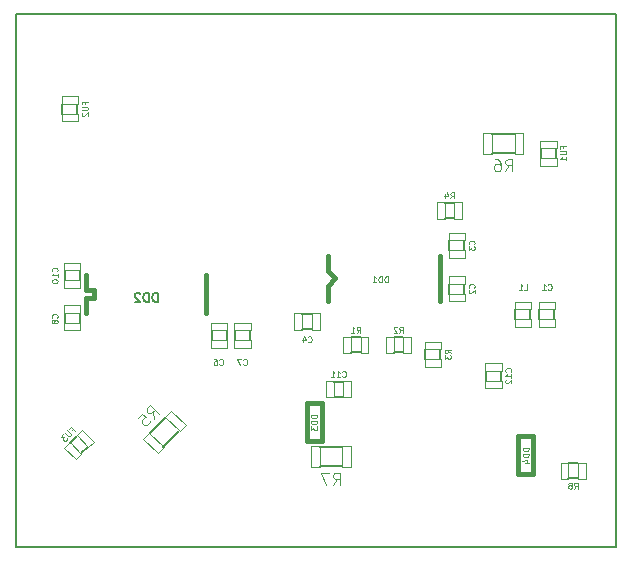
<source format=gbr>
G04 #@! TF.FileFunction,Legend,Bot*
%FSLAX46Y46*%
G04 Gerber Fmt 4.6, Leading zero omitted, Abs format (unit mm)*
G04 Created by KiCad (PCBNEW 4.0.5+dfsg1-4) date Wed Feb 28 09:20:33 2018*
%MOMM*%
%LPD*%
G01*
G04 APERTURE LIST*
%ADD10C,0.100000*%
%ADD11C,0.150000*%
%ADD12C,0.066040*%
%ADD13C,0.152400*%
%ADD14C,0.381000*%
%ADD15C,0.025400*%
%ADD16C,0.088900*%
%ADD17C,0.190500*%
G04 APERTURE END LIST*
D10*
D11*
X0Y0D02*
X0Y-45085000D01*
X50800000Y0D02*
X0Y0D01*
X50800000Y-45085000D02*
X50800000Y0D01*
X0Y-45085000D02*
X50800000Y-45085000D01*
D12*
X28359100Y-28702000D02*
X27711400Y-28702000D01*
X27711400Y-28702000D02*
X27711400Y-27302460D01*
X28359100Y-27302460D02*
X27711400Y-27302460D01*
X28359100Y-28702000D02*
X28359100Y-27302460D01*
X29832300Y-28702000D02*
X29182060Y-28702000D01*
X29182060Y-28702000D02*
X29182060Y-27302460D01*
X29832300Y-27302460D02*
X29182060Y-27302460D01*
X29832300Y-28702000D02*
X29832300Y-27302460D01*
D13*
X29174440Y-27368500D02*
X28356560Y-27368500D01*
X29174440Y-28638500D02*
X28356560Y-28638500D01*
D12*
X32791400Y-27305000D02*
X33439100Y-27305000D01*
X33439100Y-27305000D02*
X33439100Y-28704540D01*
X32791400Y-28704540D02*
X33439100Y-28704540D01*
X32791400Y-27305000D02*
X32791400Y-28704540D01*
X31318200Y-27305000D02*
X31968440Y-27305000D01*
X31968440Y-27305000D02*
X31968440Y-28704540D01*
X31318200Y-28704540D02*
X31968440Y-28704540D01*
X31318200Y-27305000D02*
X31318200Y-28704540D01*
D13*
X31976060Y-28638500D02*
X32793940Y-28638500D01*
X31976060Y-27368500D02*
X32793940Y-27368500D01*
D12*
X34607500Y-28359100D02*
X34607500Y-27711400D01*
X34607500Y-27711400D02*
X36007040Y-27711400D01*
X36007040Y-28359100D02*
X36007040Y-27711400D01*
X34607500Y-28359100D02*
X36007040Y-28359100D01*
X34607500Y-29832300D02*
X34607500Y-29182060D01*
X34607500Y-29182060D02*
X36007040Y-29182060D01*
X36007040Y-29832300D02*
X36007040Y-29182060D01*
X34607500Y-29832300D02*
X36007040Y-29832300D01*
D13*
X35941000Y-29174440D02*
X35941000Y-28356560D01*
X34671000Y-29174440D02*
X34671000Y-28356560D01*
D12*
X36296600Y-17335500D02*
X35648900Y-17335500D01*
X35648900Y-17335500D02*
X35648900Y-15935960D01*
X36296600Y-15935960D02*
X35648900Y-15935960D01*
X36296600Y-17335500D02*
X36296600Y-15935960D01*
X37769800Y-17335500D02*
X37119560Y-17335500D01*
X37119560Y-17335500D02*
X37119560Y-15935960D01*
X37769800Y-15935960D02*
X37119560Y-15935960D01*
X37769800Y-17335500D02*
X37769800Y-15935960D01*
D13*
X37111940Y-16002000D02*
X36294060Y-16002000D01*
X37111940Y-17272000D02*
X36294060Y-17272000D01*
D12*
X45656500Y-25806400D02*
X45656500Y-26454100D01*
X45656500Y-26454100D02*
X44256960Y-26454100D01*
X44256960Y-25806400D02*
X44256960Y-26454100D01*
X45656500Y-25806400D02*
X44256960Y-25806400D01*
X45656500Y-24333200D02*
X45656500Y-24983440D01*
X45656500Y-24983440D02*
X44256960Y-24983440D01*
X44256960Y-24333200D02*
X44256960Y-24983440D01*
X45656500Y-24333200D02*
X44256960Y-24333200D01*
D13*
X44323000Y-24991060D02*
X44323000Y-25808940D01*
X45593000Y-24991060D02*
X45593000Y-25808940D01*
D12*
X42227500Y-24993600D02*
X42227500Y-24345900D01*
X42227500Y-24345900D02*
X43627040Y-24345900D01*
X43627040Y-24993600D02*
X43627040Y-24345900D01*
X42227500Y-24993600D02*
X43627040Y-24993600D01*
X42227500Y-26466800D02*
X42227500Y-25816560D01*
X42227500Y-25816560D02*
X43627040Y-25816560D01*
X43627040Y-26466800D02*
X43627040Y-25816560D01*
X42227500Y-26466800D02*
X43627040Y-26466800D01*
D13*
X43561000Y-25808940D02*
X43561000Y-24991060D01*
X42291000Y-25808940D02*
X42291000Y-24991060D01*
D12*
X36639500Y-22834600D02*
X36639500Y-22186900D01*
X36639500Y-22186900D02*
X38039040Y-22186900D01*
X38039040Y-22834600D02*
X38039040Y-22186900D01*
X36639500Y-22834600D02*
X38039040Y-22834600D01*
X36639500Y-24307800D02*
X36639500Y-23657560D01*
X36639500Y-23657560D02*
X38039040Y-23657560D01*
X38039040Y-24307800D02*
X38039040Y-23657560D01*
X36639500Y-24307800D02*
X38039040Y-24307800D01*
D13*
X37973000Y-23649940D02*
X37973000Y-22832060D01*
X36703000Y-23649940D02*
X36703000Y-22832060D01*
D12*
X36639500Y-19151600D02*
X36639500Y-18503900D01*
X36639500Y-18503900D02*
X38039040Y-18503900D01*
X38039040Y-19151600D02*
X38039040Y-18503900D01*
X36639500Y-19151600D02*
X38039040Y-19151600D01*
X36639500Y-20624800D02*
X36639500Y-19974560D01*
X36639500Y-19974560D02*
X38039040Y-19974560D01*
X38039040Y-20624800D02*
X38039040Y-19974560D01*
X36639500Y-20624800D02*
X38039040Y-20624800D01*
D13*
X37973000Y-19966940D02*
X37973000Y-19149060D01*
X36703000Y-19966940D02*
X36703000Y-19149060D01*
D12*
X24231600Y-26733500D02*
X23583900Y-26733500D01*
X23583900Y-26733500D02*
X23583900Y-25333960D01*
X24231600Y-25333960D02*
X23583900Y-25333960D01*
X24231600Y-26733500D02*
X24231600Y-25333960D01*
X25704800Y-26733500D02*
X25054560Y-26733500D01*
X25054560Y-26733500D02*
X25054560Y-25333960D01*
X25704800Y-25333960D02*
X25054560Y-25333960D01*
X25704800Y-26733500D02*
X25704800Y-25333960D01*
D13*
X25046940Y-25400000D02*
X24229060Y-25400000D01*
X25046940Y-26670000D02*
X24229060Y-26670000D01*
D12*
X44386500Y-11341100D02*
X44386500Y-10693400D01*
X44386500Y-10693400D02*
X45786040Y-10693400D01*
X45786040Y-11341100D02*
X45786040Y-10693400D01*
X44386500Y-11341100D02*
X45786040Y-11341100D01*
X44386500Y-12814300D02*
X44386500Y-12164060D01*
X44386500Y-12164060D02*
X45786040Y-12164060D01*
X45786040Y-12814300D02*
X45786040Y-12164060D01*
X44386500Y-12814300D02*
X45786040Y-12814300D01*
D13*
X45720000Y-12156440D02*
X45720000Y-11338560D01*
X44450000Y-12156440D02*
X44450000Y-11338560D01*
D12*
X39585900Y-10045700D02*
X40322500Y-10045700D01*
X40322500Y-10045700D02*
X40322500Y-11798300D01*
X39585900Y-11798300D02*
X40322500Y-11798300D01*
X39585900Y-10045700D02*
X39585900Y-11798300D01*
X42227500Y-10045700D02*
X42964100Y-10045700D01*
X42964100Y-10045700D02*
X42964100Y-11798300D01*
X42227500Y-11798300D02*
X42964100Y-11798300D01*
X42227500Y-10045700D02*
X42227500Y-11798300D01*
D13*
X42227500Y-10109200D02*
X40309800Y-10109200D01*
X42227500Y-11734800D02*
X40309800Y-11734800D01*
D12*
X3873500Y-7594600D02*
X3873500Y-6946900D01*
X3873500Y-6946900D02*
X5273040Y-6946900D01*
X5273040Y-7594600D02*
X5273040Y-6946900D01*
X3873500Y-7594600D02*
X5273040Y-7594600D01*
X3873500Y-9067800D02*
X3873500Y-8417560D01*
X3873500Y-8417560D02*
X5273040Y-8417560D01*
X5273040Y-9067800D02*
X5273040Y-8417560D01*
X3873500Y-9067800D02*
X5273040Y-9067800D01*
D13*
X5207000Y-8409940D02*
X5207000Y-7592060D01*
X3937000Y-8409940D02*
X3937000Y-7592060D01*
D12*
X17907000Y-27584400D02*
X17907000Y-28232100D01*
X17907000Y-28232100D02*
X16507460Y-28232100D01*
X16507460Y-27584400D02*
X16507460Y-28232100D01*
X17907000Y-27584400D02*
X16507460Y-27584400D01*
X17907000Y-26111200D02*
X17907000Y-26761440D01*
X17907000Y-26761440D02*
X16507460Y-26761440D01*
X16507460Y-26111200D02*
X16507460Y-26761440D01*
X17907000Y-26111200D02*
X16507460Y-26111200D01*
D13*
X16573500Y-26769060D02*
X16573500Y-27586940D01*
X17843500Y-26769060D02*
X17843500Y-27586940D01*
D12*
X19875500Y-27584400D02*
X19875500Y-28232100D01*
X19875500Y-28232100D02*
X18475960Y-28232100D01*
X18475960Y-27584400D02*
X18475960Y-28232100D01*
X19875500Y-27584400D02*
X18475960Y-27584400D01*
X19875500Y-26111200D02*
X19875500Y-26761440D01*
X19875500Y-26761440D02*
X18475960Y-26761440D01*
X18475960Y-26111200D02*
X18475960Y-26761440D01*
X19875500Y-26111200D02*
X18475960Y-26111200D01*
D13*
X18542000Y-26769060D02*
X18542000Y-27586940D01*
X19812000Y-26769060D02*
X19812000Y-27586940D01*
D14*
X5969000Y-24003000D02*
X6604000Y-24003000D01*
X6604000Y-24003000D02*
X6604000Y-23368000D01*
X6604000Y-23368000D02*
X5969000Y-23368000D01*
X16129000Y-25273000D02*
X16129000Y-22098000D01*
X5969000Y-25273000D02*
X5969000Y-24003000D01*
X5969000Y-23368000D02*
X5969000Y-22098000D01*
D12*
X5540546Y-37230282D02*
X5082553Y-37688275D01*
X5082553Y-37688275D02*
X4092929Y-36698651D01*
X4550922Y-36240658D02*
X4092929Y-36698651D01*
X5540546Y-37230282D02*
X4550922Y-36240658D01*
X6582256Y-36188573D02*
X6122466Y-36648362D01*
X6122466Y-36648362D02*
X5132842Y-35658737D01*
X5592631Y-35198948D02*
X5132842Y-35658737D01*
X6582256Y-36188573D02*
X5592631Y-35198948D01*
D13*
X5174151Y-35710823D02*
X4595823Y-36289151D01*
X6072177Y-36608849D02*
X5493849Y-37187177D01*
D12*
X5461000Y-26123900D02*
X5461000Y-26771600D01*
X5461000Y-26771600D02*
X4061460Y-26771600D01*
X4061460Y-26123900D02*
X4061460Y-26771600D01*
X5461000Y-26123900D02*
X4061460Y-26123900D01*
X5461000Y-24650700D02*
X5461000Y-25300940D01*
X5461000Y-25300940D02*
X4061460Y-25300940D01*
X4061460Y-24650700D02*
X4061460Y-25300940D01*
X5461000Y-24650700D02*
X4061460Y-24650700D01*
D13*
X4127500Y-25308560D02*
X4127500Y-26126440D01*
X5397500Y-25308560D02*
X5397500Y-26126440D01*
D12*
X4064000Y-21691600D02*
X4064000Y-21043900D01*
X4064000Y-21043900D02*
X5463540Y-21043900D01*
X5463540Y-21691600D02*
X5463540Y-21043900D01*
X4064000Y-21691600D02*
X5463540Y-21691600D01*
X4064000Y-23164800D02*
X4064000Y-22514560D01*
X4064000Y-22514560D02*
X5463540Y-22514560D01*
X5463540Y-23164800D02*
X5463540Y-22514560D01*
X4064000Y-23164800D02*
X5463540Y-23164800D01*
D13*
X5397500Y-22506940D02*
X5397500Y-21689060D01*
X4127500Y-22506940D02*
X4127500Y-21689060D01*
D12*
X14387012Y-34794764D02*
X13866157Y-35315618D01*
X13866157Y-35315618D02*
X12626882Y-34076343D01*
X13147736Y-33555488D02*
X12626882Y-34076343D01*
X14387012Y-34794764D02*
X13147736Y-33555488D01*
X12519118Y-36662657D02*
X11998264Y-37183512D01*
X11998264Y-37183512D02*
X10758988Y-35944236D01*
X11279843Y-35423382D02*
X10758988Y-35944236D01*
X12519118Y-36662657D02*
X11279843Y-35423382D01*
D13*
X12474217Y-36617756D02*
X13830236Y-35261737D01*
X11324744Y-35468283D02*
X12680763Y-34112264D01*
D12*
X26898600Y-32448500D02*
X26250900Y-32448500D01*
X26250900Y-32448500D02*
X26250900Y-31048960D01*
X26898600Y-31048960D02*
X26250900Y-31048960D01*
X26898600Y-32448500D02*
X26898600Y-31048960D01*
X28371800Y-32448500D02*
X27721560Y-32448500D01*
X27721560Y-32448500D02*
X27721560Y-31048960D01*
X28371800Y-31048960D02*
X27721560Y-31048960D01*
X28371800Y-32448500D02*
X28371800Y-31048960D01*
D13*
X27713940Y-31115000D02*
X26896060Y-31115000D01*
X27713940Y-32385000D02*
X26896060Y-32385000D01*
D14*
X25908000Y-36131500D02*
X24638000Y-36131500D01*
X24638000Y-36131500D02*
X24638000Y-32956500D01*
X24638000Y-32956500D02*
X25908000Y-32956500D01*
X25908000Y-32956500D02*
X25908000Y-36131500D01*
D12*
X39751000Y-30200600D02*
X39751000Y-29552900D01*
X39751000Y-29552900D02*
X41150540Y-29552900D01*
X41150540Y-30200600D02*
X41150540Y-29552900D01*
X39751000Y-30200600D02*
X41150540Y-30200600D01*
X39751000Y-31673800D02*
X39751000Y-31023560D01*
X39751000Y-31023560D02*
X41150540Y-31023560D01*
X41150540Y-31673800D02*
X41150540Y-31023560D01*
X39751000Y-31673800D02*
X41150540Y-31673800D01*
D13*
X41084500Y-31015940D02*
X41084500Y-30198060D01*
X39814500Y-31015940D02*
X39814500Y-30198060D01*
D14*
X42545000Y-35750500D02*
X43815000Y-35750500D01*
X43815000Y-35750500D02*
X43815000Y-38925500D01*
X43815000Y-38925500D02*
X42545000Y-38925500D01*
X42545000Y-38925500D02*
X42545000Y-35750500D01*
D12*
X47586900Y-37973000D02*
X48234600Y-37973000D01*
X48234600Y-37973000D02*
X48234600Y-39372540D01*
X47586900Y-39372540D02*
X48234600Y-39372540D01*
X47586900Y-37973000D02*
X47586900Y-39372540D01*
X46113700Y-37973000D02*
X46763940Y-37973000D01*
X46763940Y-37973000D02*
X46763940Y-39372540D01*
X46113700Y-39372540D02*
X46763940Y-39372540D01*
X46113700Y-37973000D02*
X46113700Y-39372540D01*
D13*
X46771560Y-39306500D02*
X47589440Y-39306500D01*
X46771560Y-38036500D02*
X47589440Y-38036500D01*
D12*
X24980900Y-36588700D02*
X25717500Y-36588700D01*
X25717500Y-36588700D02*
X25717500Y-38341300D01*
X24980900Y-38341300D02*
X25717500Y-38341300D01*
X24980900Y-36588700D02*
X24980900Y-38341300D01*
X27622500Y-36588700D02*
X28359100Y-36588700D01*
X28359100Y-36588700D02*
X28359100Y-38341300D01*
X27622500Y-38341300D02*
X28359100Y-38341300D01*
X27622500Y-36588700D02*
X27622500Y-38341300D01*
D13*
X27622500Y-36652200D02*
X25704800Y-36652200D01*
X27622500Y-38277800D02*
X25704800Y-38277800D01*
D14*
X35941000Y-24257000D02*
X35941000Y-20447000D01*
X26416000Y-24257000D02*
X26416000Y-22987000D01*
X26416000Y-22987000D02*
X27051000Y-22352000D01*
X27051000Y-22352000D02*
X26416000Y-21717000D01*
X26416000Y-21717000D02*
X26416000Y-20447000D01*
D15*
X28850167Y-26963310D02*
X29019500Y-26721405D01*
X29140453Y-26963310D02*
X29140453Y-26455310D01*
X28946929Y-26455310D01*
X28898548Y-26479500D01*
X28874357Y-26503690D01*
X28850167Y-26552071D01*
X28850167Y-26624643D01*
X28874357Y-26673024D01*
X28898548Y-26697214D01*
X28946929Y-26721405D01*
X29140453Y-26721405D01*
X28366357Y-26963310D02*
X28656643Y-26963310D01*
X28511500Y-26963310D02*
X28511500Y-26455310D01*
X28559881Y-26527881D01*
X28608262Y-26576262D01*
X28656643Y-26600452D01*
X32469667Y-26963310D02*
X32639000Y-26721405D01*
X32759953Y-26963310D02*
X32759953Y-26455310D01*
X32566429Y-26455310D01*
X32518048Y-26479500D01*
X32493857Y-26503690D01*
X32469667Y-26552071D01*
X32469667Y-26624643D01*
X32493857Y-26673024D01*
X32518048Y-26697214D01*
X32566429Y-26721405D01*
X32759953Y-26721405D01*
X32276143Y-26503690D02*
X32251953Y-26479500D01*
X32203572Y-26455310D01*
X32082619Y-26455310D01*
X32034238Y-26479500D01*
X32010048Y-26503690D01*
X31985857Y-26552071D01*
X31985857Y-26600452D01*
X32010048Y-26673024D01*
X32300334Y-26963310D01*
X31985857Y-26963310D01*
X36805810Y-28680833D02*
X36563905Y-28511500D01*
X36805810Y-28390547D02*
X36297810Y-28390547D01*
X36297810Y-28584071D01*
X36322000Y-28632452D01*
X36346190Y-28656643D01*
X36394571Y-28680833D01*
X36467143Y-28680833D01*
X36515524Y-28656643D01*
X36539714Y-28632452D01*
X36563905Y-28584071D01*
X36563905Y-28390547D01*
X36297810Y-28850166D02*
X36297810Y-29164643D01*
X36491333Y-28995309D01*
X36491333Y-29067881D01*
X36515524Y-29116262D01*
X36539714Y-29140452D01*
X36588095Y-29164643D01*
X36709048Y-29164643D01*
X36757429Y-29140452D01*
X36781619Y-29116262D01*
X36805810Y-29067881D01*
X36805810Y-28922738D01*
X36781619Y-28874357D01*
X36757429Y-28850166D01*
X36787667Y-15596810D02*
X36957000Y-15354905D01*
X37077953Y-15596810D02*
X37077953Y-15088810D01*
X36884429Y-15088810D01*
X36836048Y-15113000D01*
X36811857Y-15137190D01*
X36787667Y-15185571D01*
X36787667Y-15258143D01*
X36811857Y-15306524D01*
X36836048Y-15330714D01*
X36884429Y-15354905D01*
X37077953Y-15354905D01*
X36352238Y-15258143D02*
X36352238Y-15596810D01*
X36473191Y-15064619D02*
X36594143Y-15427476D01*
X36279667Y-15427476D01*
X45042667Y-23295429D02*
X45066857Y-23319619D01*
X45139429Y-23343810D01*
X45187810Y-23343810D01*
X45260381Y-23319619D01*
X45308762Y-23271238D01*
X45332953Y-23222857D01*
X45357143Y-23126095D01*
X45357143Y-23053524D01*
X45332953Y-22956762D01*
X45308762Y-22908381D01*
X45260381Y-22860000D01*
X45187810Y-22835810D01*
X45139429Y-22835810D01*
X45066857Y-22860000D01*
X45042667Y-22884190D01*
X44558857Y-23343810D02*
X44849143Y-23343810D01*
X44704000Y-23343810D02*
X44704000Y-22835810D01*
X44752381Y-22908381D01*
X44800762Y-22956762D01*
X44849143Y-22980952D01*
X43010667Y-23343810D02*
X43252572Y-23343810D01*
X43252572Y-22835810D01*
X42575238Y-23343810D02*
X42865524Y-23343810D01*
X42720381Y-23343810D02*
X42720381Y-22835810D01*
X42768762Y-22908381D01*
X42817143Y-22956762D01*
X42865524Y-22980952D01*
X38789429Y-23156333D02*
X38813619Y-23132143D01*
X38837810Y-23059571D01*
X38837810Y-23011190D01*
X38813619Y-22938619D01*
X38765238Y-22890238D01*
X38716857Y-22866047D01*
X38620095Y-22841857D01*
X38547524Y-22841857D01*
X38450762Y-22866047D01*
X38402381Y-22890238D01*
X38354000Y-22938619D01*
X38329810Y-23011190D01*
X38329810Y-23059571D01*
X38354000Y-23132143D01*
X38378190Y-23156333D01*
X38378190Y-23349857D02*
X38354000Y-23374047D01*
X38329810Y-23422428D01*
X38329810Y-23543381D01*
X38354000Y-23591762D01*
X38378190Y-23615952D01*
X38426571Y-23640143D01*
X38474952Y-23640143D01*
X38547524Y-23615952D01*
X38837810Y-23325666D01*
X38837810Y-23640143D01*
X38789429Y-19473333D02*
X38813619Y-19449143D01*
X38837810Y-19376571D01*
X38837810Y-19328190D01*
X38813619Y-19255619D01*
X38765238Y-19207238D01*
X38716857Y-19183047D01*
X38620095Y-19158857D01*
X38547524Y-19158857D01*
X38450762Y-19183047D01*
X38402381Y-19207238D01*
X38354000Y-19255619D01*
X38329810Y-19328190D01*
X38329810Y-19376571D01*
X38354000Y-19449143D01*
X38378190Y-19473333D01*
X38329810Y-19642666D02*
X38329810Y-19957143D01*
X38523333Y-19787809D01*
X38523333Y-19860381D01*
X38547524Y-19908762D01*
X38571714Y-19932952D01*
X38620095Y-19957143D01*
X38741048Y-19957143D01*
X38789429Y-19932952D01*
X38813619Y-19908762D01*
X38837810Y-19860381D01*
X38837810Y-19715238D01*
X38813619Y-19666857D01*
X38789429Y-19642666D01*
X24722667Y-27740429D02*
X24746857Y-27764619D01*
X24819429Y-27788810D01*
X24867810Y-27788810D01*
X24940381Y-27764619D01*
X24988762Y-27716238D01*
X25012953Y-27667857D01*
X25037143Y-27571095D01*
X25037143Y-27498524D01*
X25012953Y-27401762D01*
X24988762Y-27353381D01*
X24940381Y-27305000D01*
X24867810Y-27280810D01*
X24819429Y-27280810D01*
X24746857Y-27305000D01*
X24722667Y-27329190D01*
X24287238Y-27450143D02*
X24287238Y-27788810D01*
X24408191Y-27256619D02*
X24529143Y-27619476D01*
X24214667Y-27619476D01*
X46318714Y-11312072D02*
X46318714Y-11142738D01*
X46584810Y-11142738D02*
X46076810Y-11142738D01*
X46076810Y-11384643D01*
X46076810Y-11578167D02*
X46488048Y-11578167D01*
X46536429Y-11602358D01*
X46560619Y-11626548D01*
X46584810Y-11674929D01*
X46584810Y-11771691D01*
X46560619Y-11820072D01*
X46536429Y-11844263D01*
X46488048Y-11868453D01*
X46076810Y-11868453D01*
X46584810Y-12376453D02*
X46584810Y-12086167D01*
X46584810Y-12231310D02*
X46076810Y-12231310D01*
X46149381Y-12182929D01*
X46197762Y-12134548D01*
X46221952Y-12086167D01*
D16*
X41444333Y-13286619D02*
X41782999Y-12802810D01*
X42024904Y-13286619D02*
X42024904Y-12270619D01*
X41637857Y-12270619D01*
X41541095Y-12319000D01*
X41492714Y-12367381D01*
X41444333Y-12464143D01*
X41444333Y-12609286D01*
X41492714Y-12706048D01*
X41541095Y-12754429D01*
X41637857Y-12802810D01*
X42024904Y-12802810D01*
X40573476Y-12270619D02*
X40766999Y-12270619D01*
X40863761Y-12319000D01*
X40912142Y-12367381D01*
X41008904Y-12512524D01*
X41057285Y-12706048D01*
X41057285Y-13093095D01*
X41008904Y-13189857D01*
X40960523Y-13238238D01*
X40863761Y-13286619D01*
X40670238Y-13286619D01*
X40573476Y-13238238D01*
X40525095Y-13189857D01*
X40476714Y-13093095D01*
X40476714Y-12851190D01*
X40525095Y-12754429D01*
X40573476Y-12706048D01*
X40670238Y-12657667D01*
X40863761Y-12657667D01*
X40960523Y-12706048D01*
X41008904Y-12754429D01*
X41057285Y-12851190D01*
D15*
X5805714Y-7565572D02*
X5805714Y-7396238D01*
X6071810Y-7396238D02*
X5563810Y-7396238D01*
X5563810Y-7638143D01*
X5563810Y-7831667D02*
X5975048Y-7831667D01*
X6023429Y-7855858D01*
X6047619Y-7880048D01*
X6071810Y-7928429D01*
X6071810Y-8025191D01*
X6047619Y-8073572D01*
X6023429Y-8097763D01*
X5975048Y-8121953D01*
X5563810Y-8121953D01*
X5612190Y-8339667D02*
X5588000Y-8363857D01*
X5563810Y-8412238D01*
X5563810Y-8533191D01*
X5588000Y-8581572D01*
X5612190Y-8605762D01*
X5660571Y-8629953D01*
X5708952Y-8629953D01*
X5781524Y-8605762D01*
X6071810Y-8315476D01*
X6071810Y-8629953D01*
X17229667Y-29645429D02*
X17253857Y-29669619D01*
X17326429Y-29693810D01*
X17374810Y-29693810D01*
X17447381Y-29669619D01*
X17495762Y-29621238D01*
X17519953Y-29572857D01*
X17544143Y-29476095D01*
X17544143Y-29403524D01*
X17519953Y-29306762D01*
X17495762Y-29258381D01*
X17447381Y-29210000D01*
X17374810Y-29185810D01*
X17326429Y-29185810D01*
X17253857Y-29210000D01*
X17229667Y-29234190D01*
X16794238Y-29185810D02*
X16891000Y-29185810D01*
X16939381Y-29210000D01*
X16963572Y-29234190D01*
X17011953Y-29306762D01*
X17036143Y-29403524D01*
X17036143Y-29597048D01*
X17011953Y-29645429D01*
X16987762Y-29669619D01*
X16939381Y-29693810D01*
X16842619Y-29693810D01*
X16794238Y-29669619D01*
X16770048Y-29645429D01*
X16745857Y-29597048D01*
X16745857Y-29476095D01*
X16770048Y-29427714D01*
X16794238Y-29403524D01*
X16842619Y-29379333D01*
X16939381Y-29379333D01*
X16987762Y-29403524D01*
X17011953Y-29427714D01*
X17036143Y-29476095D01*
X19261667Y-29645429D02*
X19285857Y-29669619D01*
X19358429Y-29693810D01*
X19406810Y-29693810D01*
X19479381Y-29669619D01*
X19527762Y-29621238D01*
X19551953Y-29572857D01*
X19576143Y-29476095D01*
X19576143Y-29403524D01*
X19551953Y-29306762D01*
X19527762Y-29258381D01*
X19479381Y-29210000D01*
X19406810Y-29185810D01*
X19358429Y-29185810D01*
X19285857Y-29210000D01*
X19261667Y-29234190D01*
X19092334Y-29185810D02*
X18753667Y-29185810D01*
X18971381Y-29693810D01*
D17*
X11992428Y-24347714D02*
X11992428Y-23585714D01*
X11811000Y-23585714D01*
X11702143Y-23622000D01*
X11629571Y-23694571D01*
X11593286Y-23767143D01*
X11557000Y-23912286D01*
X11557000Y-24021143D01*
X11593286Y-24166286D01*
X11629571Y-24238857D01*
X11702143Y-24311429D01*
X11811000Y-24347714D01*
X11992428Y-24347714D01*
X11230428Y-24347714D02*
X11230428Y-23585714D01*
X11049000Y-23585714D01*
X10940143Y-23622000D01*
X10867571Y-23694571D01*
X10831286Y-23767143D01*
X10795000Y-23912286D01*
X10795000Y-24021143D01*
X10831286Y-24166286D01*
X10867571Y-24238857D01*
X10940143Y-24311429D01*
X11049000Y-24347714D01*
X11230428Y-24347714D01*
X10504714Y-23658286D02*
X10468428Y-23622000D01*
X10395857Y-23585714D01*
X10214428Y-23585714D01*
X10141857Y-23622000D01*
X10105571Y-23658286D01*
X10069286Y-23730857D01*
X10069286Y-23803429D01*
X10105571Y-23912286D01*
X10541000Y-24347714D01*
X10069286Y-24347714D01*
D15*
X4718210Y-35217422D02*
X4837947Y-35097685D01*
X5026106Y-35285843D02*
X4666895Y-34926633D01*
X4495843Y-35097685D01*
X4359000Y-35234527D02*
X4649790Y-35525317D01*
X4666895Y-35576633D01*
X4666895Y-35610843D01*
X4649790Y-35662159D01*
X4581369Y-35730580D01*
X4530052Y-35747685D01*
X4495842Y-35747685D01*
X4444526Y-35730580D01*
X4153737Y-35439791D01*
X4016896Y-35576632D02*
X3794527Y-35799001D01*
X4051106Y-35816105D01*
X3999790Y-35867421D01*
X3982685Y-35918737D01*
X3982685Y-35952947D01*
X3999790Y-36004263D01*
X4085316Y-36089790D01*
X4136632Y-36106895D01*
X4170842Y-36106895D01*
X4222158Y-36089790D01*
X4324790Y-35987158D01*
X4341895Y-35935842D01*
X4341896Y-35901632D01*
X3483429Y-25696333D02*
X3507619Y-25672143D01*
X3531810Y-25599571D01*
X3531810Y-25551190D01*
X3507619Y-25478619D01*
X3459238Y-25430238D01*
X3410857Y-25406047D01*
X3314095Y-25381857D01*
X3241524Y-25381857D01*
X3144762Y-25406047D01*
X3096381Y-25430238D01*
X3048000Y-25478619D01*
X3023810Y-25551190D01*
X3023810Y-25599571D01*
X3048000Y-25672143D01*
X3072190Y-25696333D01*
X3241524Y-25986619D02*
X3217333Y-25938238D01*
X3193143Y-25914047D01*
X3144762Y-25889857D01*
X3120571Y-25889857D01*
X3072190Y-25914047D01*
X3048000Y-25938238D01*
X3023810Y-25986619D01*
X3023810Y-26083381D01*
X3048000Y-26131762D01*
X3072190Y-26155952D01*
X3120571Y-26180143D01*
X3144762Y-26180143D01*
X3193143Y-26155952D01*
X3217333Y-26131762D01*
X3241524Y-26083381D01*
X3241524Y-25986619D01*
X3265714Y-25938238D01*
X3289905Y-25914047D01*
X3338286Y-25889857D01*
X3435048Y-25889857D01*
X3483429Y-25914047D01*
X3507619Y-25938238D01*
X3531810Y-25986619D01*
X3531810Y-26083381D01*
X3507619Y-26131762D01*
X3483429Y-26155952D01*
X3435048Y-26180143D01*
X3338286Y-26180143D01*
X3289905Y-26155952D01*
X3265714Y-26131762D01*
X3241524Y-26083381D01*
X3483429Y-21771428D02*
X3507619Y-21747238D01*
X3531810Y-21674666D01*
X3531810Y-21626285D01*
X3507619Y-21553714D01*
X3459238Y-21505333D01*
X3410857Y-21481142D01*
X3314095Y-21456952D01*
X3241524Y-21456952D01*
X3144762Y-21481142D01*
X3096381Y-21505333D01*
X3048000Y-21553714D01*
X3023810Y-21626285D01*
X3023810Y-21674666D01*
X3048000Y-21747238D01*
X3072190Y-21771428D01*
X3531810Y-22255238D02*
X3531810Y-21964952D01*
X3531810Y-22110095D02*
X3023810Y-22110095D01*
X3096381Y-22061714D01*
X3144762Y-22013333D01*
X3168952Y-21964952D01*
X3023810Y-22569714D02*
X3023810Y-22618095D01*
X3048000Y-22666476D01*
X3072190Y-22690667D01*
X3120571Y-22714857D01*
X3217333Y-22739048D01*
X3338286Y-22739048D01*
X3435048Y-22714857D01*
X3483429Y-22690667D01*
X3507619Y-22666476D01*
X3531810Y-22618095D01*
X3531810Y-22569714D01*
X3507619Y-22521333D01*
X3483429Y-22497143D01*
X3435048Y-22472952D01*
X3338286Y-22448762D01*
X3217333Y-22448762D01*
X3120571Y-22472952D01*
X3072190Y-22497143D01*
X3048000Y-22521333D01*
X3023810Y-22569714D01*
D16*
X11670698Y-34227725D02*
X11568067Y-33646148D01*
X12081224Y-33817200D02*
X11362803Y-33098779D01*
X11089120Y-33372463D01*
X11054909Y-33475094D01*
X11054909Y-33543515D01*
X11089120Y-33646147D01*
X11191751Y-33748778D01*
X11294383Y-33782989D01*
X11362804Y-33782989D01*
X11465436Y-33748778D01*
X11739119Y-33475095D01*
X10302278Y-34159304D02*
X10644383Y-33817200D01*
X11020699Y-34125094D01*
X10952278Y-34125094D01*
X10849646Y-34159305D01*
X10678594Y-34330357D01*
X10644384Y-34432988D01*
X10644384Y-34501409D01*
X10678593Y-34604040D01*
X10849646Y-34775093D01*
X10952278Y-34809304D01*
X11020699Y-34809304D01*
X11123330Y-34775093D01*
X11294382Y-34604041D01*
X11328593Y-34501409D01*
X11328593Y-34432988D01*
D15*
X27631572Y-30661429D02*
X27655762Y-30685619D01*
X27728334Y-30709810D01*
X27776715Y-30709810D01*
X27849286Y-30685619D01*
X27897667Y-30637238D01*
X27921858Y-30588857D01*
X27946048Y-30492095D01*
X27946048Y-30419524D01*
X27921858Y-30322762D01*
X27897667Y-30274381D01*
X27849286Y-30226000D01*
X27776715Y-30201810D01*
X27728334Y-30201810D01*
X27655762Y-30226000D01*
X27631572Y-30250190D01*
X27147762Y-30709810D02*
X27438048Y-30709810D01*
X27292905Y-30709810D02*
X27292905Y-30201810D01*
X27341286Y-30274381D01*
X27389667Y-30322762D01*
X27438048Y-30346952D01*
X26663952Y-30709810D02*
X26954238Y-30709810D01*
X26809095Y-30709810D02*
X26809095Y-30201810D01*
X26857476Y-30274381D01*
X26905857Y-30322762D01*
X26954238Y-30346952D01*
X25502810Y-33902347D02*
X24994810Y-33902347D01*
X24994810Y-34023300D01*
X25019000Y-34095871D01*
X25067381Y-34144252D01*
X25115762Y-34168443D01*
X25212524Y-34192633D01*
X25285095Y-34192633D01*
X25381857Y-34168443D01*
X25430238Y-34144252D01*
X25478619Y-34095871D01*
X25502810Y-34023300D01*
X25502810Y-33902347D01*
X25502810Y-34410347D02*
X24994810Y-34410347D01*
X24994810Y-34531300D01*
X25019000Y-34603871D01*
X25067381Y-34652252D01*
X25115762Y-34676443D01*
X25212524Y-34700633D01*
X25285095Y-34700633D01*
X25381857Y-34676443D01*
X25430238Y-34652252D01*
X25478619Y-34603871D01*
X25502810Y-34531300D01*
X25502810Y-34410347D01*
X24994810Y-34869966D02*
X24994810Y-35184443D01*
X25188333Y-35015109D01*
X25188333Y-35087681D01*
X25212524Y-35136062D01*
X25236714Y-35160252D01*
X25285095Y-35184443D01*
X25406048Y-35184443D01*
X25454429Y-35160252D01*
X25478619Y-35136062D01*
X25502810Y-35087681D01*
X25502810Y-34942538D01*
X25478619Y-34894157D01*
X25454429Y-34869966D01*
X41900929Y-30280428D02*
X41925119Y-30256238D01*
X41949310Y-30183666D01*
X41949310Y-30135285D01*
X41925119Y-30062714D01*
X41876738Y-30014333D01*
X41828357Y-29990142D01*
X41731595Y-29965952D01*
X41659024Y-29965952D01*
X41562262Y-29990142D01*
X41513881Y-30014333D01*
X41465500Y-30062714D01*
X41441310Y-30135285D01*
X41441310Y-30183666D01*
X41465500Y-30256238D01*
X41489690Y-30280428D01*
X41949310Y-30764238D02*
X41949310Y-30473952D01*
X41949310Y-30619095D02*
X41441310Y-30619095D01*
X41513881Y-30570714D01*
X41562262Y-30522333D01*
X41586452Y-30473952D01*
X41489690Y-30957762D02*
X41465500Y-30981952D01*
X41441310Y-31030333D01*
X41441310Y-31151286D01*
X41465500Y-31199667D01*
X41489690Y-31223857D01*
X41538071Y-31248048D01*
X41586452Y-31248048D01*
X41659024Y-31223857D01*
X41949310Y-30933571D01*
X41949310Y-31248048D01*
X43409810Y-36721747D02*
X42901810Y-36721747D01*
X42901810Y-36842700D01*
X42926000Y-36915271D01*
X42974381Y-36963652D01*
X43022762Y-36987843D01*
X43119524Y-37012033D01*
X43192095Y-37012033D01*
X43288857Y-36987843D01*
X43337238Y-36963652D01*
X43385619Y-36915271D01*
X43409810Y-36842700D01*
X43409810Y-36721747D01*
X43409810Y-37229747D02*
X42901810Y-37229747D01*
X42901810Y-37350700D01*
X42926000Y-37423271D01*
X42974381Y-37471652D01*
X43022762Y-37495843D01*
X43119524Y-37520033D01*
X43192095Y-37520033D01*
X43288857Y-37495843D01*
X43337238Y-37471652D01*
X43385619Y-37423271D01*
X43409810Y-37350700D01*
X43409810Y-37229747D01*
X43071143Y-37955462D02*
X43409810Y-37955462D01*
X42877619Y-37834509D02*
X43240476Y-37713557D01*
X43240476Y-38028033D01*
X47265167Y-40171310D02*
X47434500Y-39929405D01*
X47555453Y-40171310D02*
X47555453Y-39663310D01*
X47361929Y-39663310D01*
X47313548Y-39687500D01*
X47289357Y-39711690D01*
X47265167Y-39760071D01*
X47265167Y-39832643D01*
X47289357Y-39881024D01*
X47313548Y-39905214D01*
X47361929Y-39929405D01*
X47555453Y-39929405D01*
X46974881Y-39881024D02*
X47023262Y-39856833D01*
X47047453Y-39832643D01*
X47071643Y-39784262D01*
X47071643Y-39760071D01*
X47047453Y-39711690D01*
X47023262Y-39687500D01*
X46974881Y-39663310D01*
X46878119Y-39663310D01*
X46829738Y-39687500D01*
X46805548Y-39711690D01*
X46781357Y-39760071D01*
X46781357Y-39784262D01*
X46805548Y-39832643D01*
X46829738Y-39856833D01*
X46878119Y-39881024D01*
X46974881Y-39881024D01*
X47023262Y-39905214D01*
X47047453Y-39929405D01*
X47071643Y-39977786D01*
X47071643Y-40074548D01*
X47047453Y-40122929D01*
X47023262Y-40147119D01*
X46974881Y-40171310D01*
X46878119Y-40171310D01*
X46829738Y-40147119D01*
X46805548Y-40122929D01*
X46781357Y-40074548D01*
X46781357Y-39977786D01*
X46805548Y-39929405D01*
X46829738Y-39905214D01*
X46878119Y-39881024D01*
D16*
X26839333Y-39829619D02*
X27177999Y-39345810D01*
X27419904Y-39829619D02*
X27419904Y-38813619D01*
X27032857Y-38813619D01*
X26936095Y-38862000D01*
X26887714Y-38910381D01*
X26839333Y-39007143D01*
X26839333Y-39152286D01*
X26887714Y-39249048D01*
X26936095Y-39297429D01*
X27032857Y-39345810D01*
X27419904Y-39345810D01*
X26500666Y-38813619D02*
X25823333Y-38813619D01*
X26258761Y-39829619D01*
D15*
X31489953Y-22708810D02*
X31489953Y-22200810D01*
X31369000Y-22200810D01*
X31296429Y-22225000D01*
X31248048Y-22273381D01*
X31223857Y-22321762D01*
X31199667Y-22418524D01*
X31199667Y-22491095D01*
X31223857Y-22587857D01*
X31248048Y-22636238D01*
X31296429Y-22684619D01*
X31369000Y-22708810D01*
X31489953Y-22708810D01*
X30981953Y-22708810D02*
X30981953Y-22200810D01*
X30861000Y-22200810D01*
X30788429Y-22225000D01*
X30740048Y-22273381D01*
X30715857Y-22321762D01*
X30691667Y-22418524D01*
X30691667Y-22491095D01*
X30715857Y-22587857D01*
X30740048Y-22636238D01*
X30788429Y-22684619D01*
X30861000Y-22708810D01*
X30981953Y-22708810D01*
X30207857Y-22708810D02*
X30498143Y-22708810D01*
X30353000Y-22708810D02*
X30353000Y-22200810D01*
X30401381Y-22273381D01*
X30449762Y-22321762D01*
X30498143Y-22345952D01*
M02*

</source>
